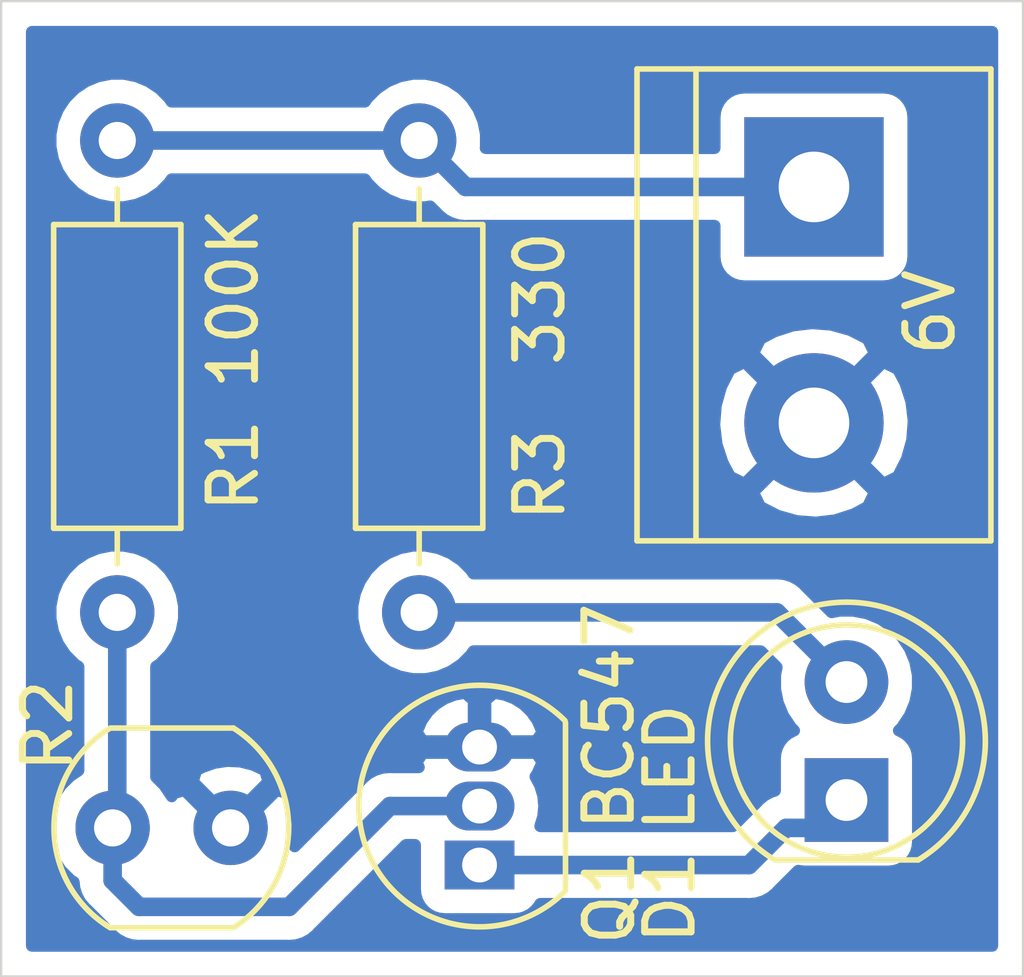
<source format=kicad_pcb>
(kicad_pcb (version 20171130) (host pcbnew "(5.1.5)-3")

  (general
    (thickness 1.6)
    (drawings 4)
    (tracks 16)
    (zones 0)
    (modules 6)
    (nets 6)
  )

  (page A4)
  (layers
    (0 F.Cu signal)
    (31 B.Cu signal)
    (32 B.Adhes user)
    (33 F.Adhes user)
    (34 B.Paste user)
    (35 F.Paste user)
    (36 B.SilkS user)
    (37 F.SilkS user)
    (38 B.Mask user)
    (39 F.Mask user)
    (40 Dwgs.User user)
    (41 Cmts.User user)
    (42 Eco1.User user)
    (43 Eco2.User user)
    (44 Edge.Cuts user)
    (45 Margin user)
    (46 B.CrtYd user)
    (47 F.CrtYd user)
    (48 B.Fab user)
    (49 F.Fab user)
  )

  (setup
    (last_trace_width 0.25)
    (user_trace_width 0.4)
    (user_trace_width 0.6)
    (trace_clearance 0.2)
    (zone_clearance 0.508)
    (zone_45_only no)
    (trace_min 0.2)
    (via_size 0.8)
    (via_drill 0.4)
    (via_min_size 0.4)
    (via_min_drill 0.3)
    (uvia_size 0.3)
    (uvia_drill 0.1)
    (uvias_allowed no)
    (uvia_min_size 0.2)
    (uvia_min_drill 0.1)
    (edge_width 0.05)
    (segment_width 0.2)
    (pcb_text_width 0.3)
    (pcb_text_size 1.5 1.5)
    (mod_edge_width 0.12)
    (mod_text_size 1 1)
    (mod_text_width 0.15)
    (pad_size 1.524 1.524)
    (pad_drill 0.762)
    (pad_to_mask_clearance 0.051)
    (solder_mask_min_width 0.25)
    (aux_axis_origin 0 0)
    (visible_elements 7FFFFFFF)
    (pcbplotparams
      (layerselection 0x010fc_ffffffff)
      (usegerberextensions false)
      (usegerberattributes false)
      (usegerberadvancedattributes false)
      (creategerberjobfile false)
      (excludeedgelayer true)
      (linewidth 0.100000)
      (plotframeref false)
      (viasonmask false)
      (mode 1)
      (useauxorigin false)
      (hpglpennumber 1)
      (hpglpenspeed 20)
      (hpglpendiameter 15.000000)
      (psnegative false)
      (psa4output false)
      (plotreference true)
      (plotvalue true)
      (plotinvisibletext false)
      (padsonsilk false)
      (subtractmaskfromsilk false)
      (outputformat 1)
      (mirror false)
      (drillshape 0)
      (scaleselection 1)
      (outputdirectory ""))
  )

  (net 0 "")
  (net 1 "Net-(BT1-Pad1)")
  (net 2 "Net-(BT1-Pad2)")
  (net 3 "Net-(D1-Pad1)")
  (net 4 "Net-(D1-Pad2)")
  (net 5 "Net-(Q1-Pad2)")

  (net_class Default "This is the default net class."
    (clearance 0.2)
    (trace_width 0.25)
    (via_dia 0.8)
    (via_drill 0.4)
    (uvia_dia 0.3)
    (uvia_drill 0.1)
    (add_net "Net-(BT1-Pad1)")
    (add_net "Net-(BT1-Pad2)")
    (add_net "Net-(D1-Pad1)")
    (add_net "Net-(D1-Pad2)")
    (add_net "Net-(Q1-Pad2)")
  )

  (module Resistor_THT:R_Axial_DIN0207_L6.3mm_D2.5mm_P10.16mm_Horizontal (layer F.Cu) (tedit 5AE5139B) (tstamp 5FA209B9)
    (at 90 73 270)
    (descr "Resistor, Axial_DIN0207 series, Axial, Horizontal, pin pitch=10.16mm, 0.25W = 1/4W, length*diameter=6.3*2.5mm^2, http://cdn-reichelt.de/documents/datenblatt/B400/1_4W%23YAG.pdf")
    (tags "Resistor Axial_DIN0207 series Axial Horizontal pin pitch 10.16mm 0.25W = 1/4W length 6.3mm diameter 2.5mm")
    (path /5FA1A264)
    (fp_text reference R3 (at 7.2 -2.6 270) (layer F.SilkS)
      (effects (font (size 1 1) (thickness 0.15)))
    )
    (fp_text value 330 (at 3.4 -2.6 270) (layer F.SilkS)
      (effects (font (size 1 1) (thickness 0.15)))
    )
    (fp_text user %R (at 10.16 0 90) (layer F.Fab)
      (effects (font (size 1 1) (thickness 0.15)))
    )
    (fp_line (start 11.21 -1.5) (end -1.05 -1.5) (layer F.CrtYd) (width 0.05))
    (fp_line (start 11.21 1.5) (end 11.21 -1.5) (layer F.CrtYd) (width 0.05))
    (fp_line (start -1.05 1.5) (end 11.21 1.5) (layer F.CrtYd) (width 0.05))
    (fp_line (start -1.05 -1.5) (end -1.05 1.5) (layer F.CrtYd) (width 0.05))
    (fp_line (start 9.12 0) (end 8.35 0) (layer F.SilkS) (width 0.12))
    (fp_line (start 1.04 0) (end 1.81 0) (layer F.SilkS) (width 0.12))
    (fp_line (start 8.35 -1.37) (end 1.81 -1.37) (layer F.SilkS) (width 0.12))
    (fp_line (start 8.35 1.37) (end 8.35 -1.37) (layer F.SilkS) (width 0.12))
    (fp_line (start 1.81 1.37) (end 8.35 1.37) (layer F.SilkS) (width 0.12))
    (fp_line (start 1.81 -1.37) (end 1.81 1.37) (layer F.SilkS) (width 0.12))
    (fp_line (start 10.16 0) (end 8.23 0) (layer F.Fab) (width 0.1))
    (fp_line (start 0 0) (end 1.93 0) (layer F.Fab) (width 0.1))
    (fp_line (start 8.23 -1.25) (end 1.93 -1.25) (layer F.Fab) (width 0.1))
    (fp_line (start 8.23 1.25) (end 8.23 -1.25) (layer F.Fab) (width 0.1))
    (fp_line (start 1.93 1.25) (end 8.23 1.25) (layer F.Fab) (width 0.1))
    (fp_line (start 1.93 -1.25) (end 1.93 1.25) (layer F.Fab) (width 0.1))
    (pad 2 thru_hole oval (at 10.16 0 270) (size 1.6 1.6) (drill 0.8) (layers *.Cu *.Mask)
      (net 4 "Net-(D1-Pad2)"))
    (pad 1 thru_hole circle (at 0 0 270) (size 1.6 1.6) (drill 0.8) (layers *.Cu *.Mask)
      (net 1 "Net-(BT1-Pad1)"))
    (model ${KISYS3DMOD}/Resistor_THT.3dshapes/R_Axial_DIN0207_L6.3mm_D2.5mm_P10.16mm_Horizontal.wrl
      (at (xyz 0 0 0))
      (scale (xyz 1 1 1))
      (rotate (xyz 0 0 0))
    )
  )

  (module Resistor_THT:R_Axial_DIN0207_L6.3mm_D2.5mm_P10.16mm_Horizontal (layer F.Cu) (tedit 5AE5139B) (tstamp 5FA20982)
    (at 83.5 73 270)
    (descr "Resistor, Axial_DIN0207 series, Axial, Horizontal, pin pitch=10.16mm, 0.25W = 1/4W, length*diameter=6.3*2.5mm^2, http://cdn-reichelt.de/documents/datenblatt/B400/1_4W%23YAG.pdf")
    (tags "Resistor Axial_DIN0207 series Axial Horizontal pin pitch 10.16mm 0.25W = 1/4W length 6.3mm diameter 2.5mm")
    (path /5FA1A577)
    (fp_text reference R1 (at 7 -2.5 90) (layer F.SilkS)
      (effects (font (size 1 1) (thickness 0.15)))
    )
    (fp_text value 100K (at 3.4 -2.5 270) (layer F.SilkS)
      (effects (font (size 1 1) (thickness 0.15)))
    )
    (fp_text user %R (at 10.16 0 90) (layer F.Fab)
      (effects (font (size 1 1) (thickness 0.15)))
    )
    (fp_line (start 11.21 -1.5) (end -1.05 -1.5) (layer F.CrtYd) (width 0.05))
    (fp_line (start 11.21 1.5) (end 11.21 -1.5) (layer F.CrtYd) (width 0.05))
    (fp_line (start -1.05 1.5) (end 11.21 1.5) (layer F.CrtYd) (width 0.05))
    (fp_line (start -1.05 -1.5) (end -1.05 1.5) (layer F.CrtYd) (width 0.05))
    (fp_line (start 9.12 0) (end 8.35 0) (layer F.SilkS) (width 0.12))
    (fp_line (start 1.04 0) (end 1.81 0) (layer F.SilkS) (width 0.12))
    (fp_line (start 8.35 -1.37) (end 1.81 -1.37) (layer F.SilkS) (width 0.12))
    (fp_line (start 8.35 1.37) (end 8.35 -1.37) (layer F.SilkS) (width 0.12))
    (fp_line (start 1.81 1.37) (end 8.35 1.37) (layer F.SilkS) (width 0.12))
    (fp_line (start 1.81 -1.37) (end 1.81 1.37) (layer F.SilkS) (width 0.12))
    (fp_line (start 10.16 0) (end 8.23 0) (layer F.Fab) (width 0.1))
    (fp_line (start 0 0) (end 1.93 0) (layer F.Fab) (width 0.1))
    (fp_line (start 8.23 -1.25) (end 1.93 -1.25) (layer F.Fab) (width 0.1))
    (fp_line (start 8.23 1.25) (end 8.23 -1.25) (layer F.Fab) (width 0.1))
    (fp_line (start 1.93 1.25) (end 8.23 1.25) (layer F.Fab) (width 0.1))
    (fp_line (start 1.93 -1.25) (end 1.93 1.25) (layer F.Fab) (width 0.1))
    (pad 2 thru_hole oval (at 10.16 0 270) (size 1.6 1.6) (drill 0.8) (layers *.Cu *.Mask)
      (net 5 "Net-(Q1-Pad2)"))
    (pad 1 thru_hole circle (at 0 0 270) (size 1.6 1.6) (drill 0.8) (layers *.Cu *.Mask)
      (net 1 "Net-(BT1-Pad1)"))
    (model ${KISYS3DMOD}/Resistor_THT.3dshapes/R_Axial_DIN0207_L6.3mm_D2.5mm_P10.16mm_Horizontal.wrl
      (at (xyz 0 0 0))
      (scale (xyz 1 1 1))
      (rotate (xyz 0 0 0))
    )
  )

  (module TerminalBlock:TerminalBlock_bornier-2_P5.08mm (layer F.Cu) (tedit 59FF03AB) (tstamp 5FA20947)
    (at 98.5 74 270)
    (descr "simple 2-pin terminal block, pitch 5.08mm, revamped version of bornier2")
    (tags "terminal block bornier2")
    (path /5FA1B276)
    (fp_text reference BT1 (at -0.3 -2.8 90) (layer F.Fab)
      (effects (font (size 1 1) (thickness 0.15)))
    )
    (fp_text value 6V (at 2.7 -2.5 270) (layer F.SilkS)
      (effects (font (size 1 1) (thickness 0.15)))
    )
    (fp_text user %R (at 2.54 0 90) (layer F.Fab)
      (effects (font (size 1 1) (thickness 0.15)))
    )
    (fp_line (start -2.41 2.55) (end 7.49 2.55) (layer F.Fab) (width 0.1))
    (fp_line (start -2.46 -3.75) (end -2.46 3.75) (layer F.Fab) (width 0.1))
    (fp_line (start -2.46 3.75) (end 7.54 3.75) (layer F.Fab) (width 0.1))
    (fp_line (start 7.54 3.75) (end 7.54 -3.75) (layer F.Fab) (width 0.1))
    (fp_line (start 7.54 -3.75) (end -2.46 -3.75) (layer F.Fab) (width 0.1))
    (fp_line (start 7.62 2.54) (end -2.54 2.54) (layer F.SilkS) (width 0.12))
    (fp_line (start 7.62 3.81) (end 7.62 -3.81) (layer F.SilkS) (width 0.12))
    (fp_line (start 7.62 -3.81) (end -2.54 -3.81) (layer F.SilkS) (width 0.12))
    (fp_line (start -2.54 -3.81) (end -2.54 3.81) (layer F.SilkS) (width 0.12))
    (fp_line (start -2.54 3.81) (end 7.62 3.81) (layer F.SilkS) (width 0.12))
    (fp_line (start -2.71 -4) (end 7.79 -4) (layer F.CrtYd) (width 0.05))
    (fp_line (start -2.71 -4) (end -2.71 4) (layer F.CrtYd) (width 0.05))
    (fp_line (start 7.79 4) (end 7.79 -4) (layer F.CrtYd) (width 0.05))
    (fp_line (start 7.79 4) (end -2.71 4) (layer F.CrtYd) (width 0.05))
    (pad 1 thru_hole rect (at 0 0 270) (size 3 3) (drill 1.52) (layers *.Cu *.Mask)
      (net 1 "Net-(BT1-Pad1)"))
    (pad 2 thru_hole circle (at 5.08 0 270) (size 3 3) (drill 1.52) (layers *.Cu *.Mask)
      (net 2 "Net-(BT1-Pad2)"))
    (model ${KISYS3DMOD}/TerminalBlock.3dshapes/TerminalBlock_bornier-2_P5.08mm.wrl
      (offset (xyz 2.539999961853027 0 0))
      (scale (xyz 1 1 1))
      (rotate (xyz 0 0 0))
    )
  )

  (module LED_THT:LED_D5.0mm_Clear (layer F.Cu) (tedit 5A6C9BC0) (tstamp 5FA20959)
    (at 99.2 87.2 90)
    (descr "LED, diameter 5.0mm, 2 pins, http://cdn-reichelt.de/documents/datenblatt/A500/LL-504BC2E-009.pdf")
    (tags "LED diameter 5.0mm 2 pins")
    (path /5FA1AE7C)
    (fp_text reference D1 (at -2.1 -3.8 270) (layer F.SilkS)
      (effects (font (size 1 1) (thickness 0.15)))
    )
    (fp_text value LED (at 0.7 -3.8 270) (layer F.SilkS)
      (effects (font (size 1 1) (thickness 0.15)))
    )
    (fp_text user %R (at 1.25 0 90) (layer F.Fab)
      (effects (font (size 0.8 0.8) (thickness 0.2)))
    )
    (fp_line (start -1.23 -1.469694) (end -1.23 1.469694) (layer F.Fab) (width 0.1))
    (fp_line (start -1.29 -1.545) (end -1.29 1.545) (layer F.SilkS) (width 0.12))
    (fp_line (start -1.95 -3.25) (end -1.95 3.25) (layer F.CrtYd) (width 0.05))
    (fp_line (start -1.95 3.25) (end 4.5 3.25) (layer F.CrtYd) (width 0.05))
    (fp_line (start 4.5 3.25) (end 4.5 -3.25) (layer F.CrtYd) (width 0.05))
    (fp_line (start 4.5 -3.25) (end -1.95 -3.25) (layer F.CrtYd) (width 0.05))
    (fp_circle (center 1.27 0) (end 3.77 0) (layer F.Fab) (width 0.1))
    (fp_circle (center 1.27 0) (end 3.77 0) (layer F.SilkS) (width 0.12))
    (fp_arc (start 1.27 0) (end -1.23 -1.469694) (angle 299.1) (layer F.Fab) (width 0.1))
    (fp_arc (start 1.27 0) (end -1.29 -1.54483) (angle 148.9) (layer F.SilkS) (width 0.12))
    (fp_arc (start 1.27 0) (end -1.29 1.54483) (angle -148.9) (layer F.SilkS) (width 0.12))
    (pad 1 thru_hole rect (at 0 0 90) (size 1.8 1.8) (drill 0.9) (layers *.Cu *.Mask)
      (net 3 "Net-(D1-Pad1)"))
    (pad 2 thru_hole circle (at 2.54 0 90) (size 1.8 1.8) (drill 0.9) (layers *.Cu *.Mask)
      (net 4 "Net-(D1-Pad2)"))
    (model ${KISYS3DMOD}/LED_THT.3dshapes/LED_D5.0mm_Clear.wrl
      (at (xyz 0 0 0))
      (scale (xyz 1 1 1))
      (rotate (xyz 0 0 0))
    )
  )

  (module Package_TO_SOT_THT:TO-92_Inline (layer F.Cu) (tedit 5A1DD157) (tstamp 5FA20D6F)
    (at 91.3 88.6 90)
    (descr "TO-92 leads in-line, narrow, oval pads, drill 0.75mm (see NXP sot054_po.pdf)")
    (tags "to-92 sc-43 sc-43a sot54 PA33 transistor")
    (path /5FA1A996)
    (fp_text reference Q1 (at -0.7 2.8 270) (layer F.SilkS)
      (effects (font (size 1 1) (thickness 0.15)))
    )
    (fp_text value BC547 (at 3.2 2.79 90) (layer F.SilkS)
      (effects (font (size 1 1) (thickness 0.15)))
    )
    (fp_text user %R (at 1.2 -1.6 90) (layer F.Fab)
      (effects (font (size 1 1) (thickness 0.15)))
    )
    (fp_line (start -0.53 1.85) (end 3.07 1.85) (layer F.SilkS) (width 0.12))
    (fp_line (start -0.5 1.75) (end 3 1.75) (layer F.Fab) (width 0.1))
    (fp_line (start -1.46 -2.73) (end 4 -2.73) (layer F.CrtYd) (width 0.05))
    (fp_line (start -1.46 -2.73) (end -1.46 2.01) (layer F.CrtYd) (width 0.05))
    (fp_line (start 4 2.01) (end 4 -2.73) (layer F.CrtYd) (width 0.05))
    (fp_line (start 4 2.01) (end -1.46 2.01) (layer F.CrtYd) (width 0.05))
    (fp_arc (start 1.27 0) (end 1.27 -2.48) (angle 135) (layer F.Fab) (width 0.1))
    (fp_arc (start 1.27 0) (end 1.27 -2.6) (angle -135) (layer F.SilkS) (width 0.12))
    (fp_arc (start 1.27 0) (end 1.27 -2.48) (angle -135) (layer F.Fab) (width 0.1))
    (fp_arc (start 1.27 0) (end 1.27 -2.6) (angle 135) (layer F.SilkS) (width 0.12))
    (pad 2 thru_hole oval (at 1.27 0 90) (size 1.05 1.5) (drill 0.75) (layers *.Cu *.Mask)
      (net 5 "Net-(Q1-Pad2)"))
    (pad 3 thru_hole oval (at 2.54 0 90) (size 1.05 1.5) (drill 0.75) (layers *.Cu *.Mask)
      (net 2 "Net-(BT1-Pad2)"))
    (pad 1 thru_hole rect (at 0 0 90) (size 1.05 1.5) (drill 0.75) (layers *.Cu *.Mask)
      (net 3 "Net-(D1-Pad1)"))
    (model ${KISYS3DMOD}/Package_TO_SOT_THT.3dshapes/TO-92_Inline.wrl
      (at (xyz 0 0 0))
      (scale (xyz 1 1 1))
      (rotate (xyz 0 0 0))
    )
  )

  (module OptoDevice:R_LDR_4.9x4.2mm_P2.54mm_Vertical (layer F.Cu) (tedit 5B8603A6) (tstamp 5FA209A2)
    (at 83.4 87.8)
    (descr "Resistor, LDR 4.9x4.2mm")
    (tags "Resistor LDR4.9x4.2")
    (path /5FA1B88C)
    (fp_text reference R2 (at -1.4 -2.2 90) (layer F.SilkS)
      (effects (font (size 1 1) (thickness 0.15)))
    )
    (fp_text value R_PHOTO (at 1.7 1.8) (layer F.Fab)
      (effects (font (size 1 1) (thickness 0.15)))
    )
    (fp_text user %R (at 1.27 -2.9) (layer F.Fab)
      (effects (font (size 1 1) (thickness 0.15)))
    )
    (fp_line (start -0.05 2.15) (end 2.6 2.15) (layer F.SilkS) (width 0.12))
    (fp_line (start -0.05 -2.15) (end 2.6 -2.15) (layer F.SilkS) (width 0.12))
    (fp_line (start 0.87 -1.2) (end 2.17 -1.2) (layer F.Fab) (width 0.1))
    (fp_line (start 1.67 -0.6) (end 0.87 -0.6) (layer F.Fab) (width 0.1))
    (fp_line (start 0.87 0) (end 1.67 0) (layer F.Fab) (width 0.1))
    (fp_line (start 1.67 0.6) (end 0.87 0.6) (layer F.Fab) (width 0.1))
    (fp_line (start 0.37 1.2) (end 1.67 1.2) (layer F.Fab) (width 0.1))
    (fp_line (start 0.37 -1.8) (end 2.17 -1.8) (layer F.Fab) (width 0.1))
    (fp_line (start 2.17 -1.8) (end 2.17 -1.2) (layer F.Fab) (width 0.1))
    (fp_line (start 0.87 -1.2) (end 0.87 -0.6) (layer F.Fab) (width 0.1))
    (fp_line (start 1.67 -0.6) (end 1.67 0) (layer F.Fab) (width 0.1))
    (fp_line (start 0.87 0) (end 0.87 0.6) (layer F.Fab) (width 0.1))
    (fp_line (start 1.67 0.6) (end 1.67 1.2) (layer F.Fab) (width 0.1))
    (fp_line (start 0.37 1.2) (end 0.37 1.8) (layer F.Fab) (width 0.1))
    (fp_line (start 0.37 1.8) (end 2.17 1.8) (layer F.Fab) (width 0.1))
    (fp_line (start 2.57 2.1) (end -0.03 2.1) (layer F.Fab) (width 0.1))
    (fp_line (start -0.03 -2.1) (end 2.57 -2.1) (layer F.Fab) (width 0.1))
    (fp_line (start -1.45 -2.35) (end 3.99 -2.35) (layer F.CrtYd) (width 0.05))
    (fp_line (start -1.45 -2.35) (end -1.45 2.35) (layer F.CrtYd) (width 0.05))
    (fp_line (start 3.99 2.35) (end 3.99 -2.35) (layer F.CrtYd) (width 0.05))
    (fp_line (start 3.99 2.35) (end -1.45 2.35) (layer F.CrtYd) (width 0.05))
    (fp_arc (start 1.25 0) (end -0.05 2.15) (angle 117) (layer F.SilkS) (width 0.12))
    (fp_arc (start 1.25 0) (end 2.6 -2.15) (angle 115) (layer F.SilkS) (width 0.12))
    (fp_arc (start 1.27 0) (end 2.57 -2.1) (angle 115) (layer F.Fab) (width 0.1))
    (fp_arc (start 1.27 0) (end -0.03 2.1) (angle 115) (layer F.Fab) (width 0.1))
    (pad 1 thru_hole circle (at 0 0) (size 1.6 1.6) (drill 0.8) (layers *.Cu *.Mask)
      (net 5 "Net-(Q1-Pad2)"))
    (pad 2 thru_hole circle (at 2.54 0) (size 1.6 1.6) (drill 0.8) (layers *.Cu *.Mask)
      (net 2 "Net-(BT1-Pad2)"))
    (model ${KISYS3DMOD}/OptoDevice.3dshapes/R_LDR_4.9x4.2mm_P2.54mm_Vertical.wrl
      (at (xyz 0 0 0))
      (scale (xyz 1 1 1))
      (rotate (xyz 0 0 0))
    )
  )

  (gr_line (start 81 91) (end 81 70) (layer Edge.Cuts) (width 0.05) (tstamp 5FA2111C))
  (gr_line (start 103 91) (end 81 91) (layer Edge.Cuts) (width 0.05))
  (gr_line (start 103 70) (end 103 91) (layer Edge.Cuts) (width 0.05))
  (gr_line (start 81 70) (end 103 70) (layer Edge.Cuts) (width 0.05))

  (segment (start 91 74) (end 90 73) (width 0.4) (layer B.Cu) (net 1))
  (segment (start 98.5 74) (end 91 74) (width 0.4) (layer B.Cu) (net 1))
  (segment (start 90 73) (end 83.5 73) (width 0.4) (layer B.Cu) (net 1))
  (segment (start 91.3 88.6) (end 97.1 88.6) (width 0.4) (layer B.Cu) (net 3))
  (segment (start 97.1 88.6) (end 97.9 87.8) (width 0.4) (layer B.Cu) (net 3))
  (segment (start 98.6 87.8) (end 99.2 87.2) (width 0.4) (layer B.Cu) (net 3))
  (segment (start 97.9 87.8) (end 98.6 87.8) (width 0.4) (layer B.Cu) (net 3))
  (segment (start 97.7 83.16) (end 99.2 84.66) (width 0.4) (layer B.Cu) (net 4))
  (segment (start 90 83.16) (end 97.7 83.16) (width 0.4) (layer B.Cu) (net 4))
  (segment (start 83.5 87.7) (end 83.4 87.8) (width 0.4) (layer B.Cu) (net 5))
  (segment (start 83.5 83.16) (end 83.5 87.7) (width 0.4) (layer B.Cu) (net 5))
  (segment (start 83.4 88.93137) (end 83.96863 89.5) (width 0.4) (layer B.Cu) (net 5))
  (segment (start 83.4 87.8) (end 83.4 88.93137) (width 0.4) (layer B.Cu) (net 5))
  (segment (start 83.96863 89.5) (end 87.2 89.5) (width 0.4) (layer B.Cu) (net 5))
  (segment (start 89.37 87.33) (end 91.3 87.33) (width 0.4) (layer B.Cu) (net 5))
  (segment (start 87.2 89.5) (end 89.37 87.33) (width 0.4) (layer B.Cu) (net 5))

  (zone (net 2) (net_name "Net-(BT1-Pad2)") (layer B.Cu) (tstamp 5FA30E20) (hatch edge 0.508)
    (connect_pads (clearance 0.508))
    (min_thickness 0.254)
    (fill yes (arc_segments 32) (thermal_gap 0.508) (thermal_bridge_width 0.508))
    (polygon
      (pts
        (xy 103 91) (xy 81 91) (xy 81 70) (xy 103 70)
      )
    )
    (filled_polygon
      (pts
        (xy 102.340001 90.34) (xy 81.66 90.34) (xy 81.66 87.658665) (xy 81.965 87.658665) (xy 81.965 87.941335)
        (xy 82.020147 88.218574) (xy 82.12832 88.479727) (xy 82.285363 88.714759) (xy 82.485241 88.914637) (xy 82.56453 88.967616)
        (xy 82.577082 89.095058) (xy 82.624828 89.252456) (xy 82.702364 89.397515) (xy 82.702365 89.397516) (xy 82.80671 89.524661)
        (xy 82.838574 89.550811) (xy 83.349188 90.061426) (xy 83.375339 90.093291) (xy 83.502484 90.197636) (xy 83.647543 90.275172)
        (xy 83.804941 90.322918) (xy 83.927611 90.335) (xy 83.927621 90.335) (xy 83.968629 90.339039) (xy 84.009637 90.335)
        (xy 87.158982 90.335) (xy 87.2 90.33904) (xy 87.241018 90.335) (xy 87.241019 90.335) (xy 87.363689 90.322918)
        (xy 87.521087 90.275172) (xy 87.666146 90.197636) (xy 87.793291 90.093291) (xy 87.819446 90.061421) (xy 89.715868 88.165)
        (xy 89.911928 88.165) (xy 89.911928 89.125) (xy 89.924188 89.249482) (xy 89.960498 89.36918) (xy 90.019463 89.479494)
        (xy 90.098815 89.576185) (xy 90.195506 89.655537) (xy 90.30582 89.714502) (xy 90.425518 89.750812) (xy 90.55 89.763072)
        (xy 92.05 89.763072) (xy 92.174482 89.750812) (xy 92.29418 89.714502) (xy 92.404494 89.655537) (xy 92.501185 89.576185)
        (xy 92.580537 89.479494) (xy 92.60432 89.435) (xy 97.058982 89.435) (xy 97.1 89.43904) (xy 97.141018 89.435)
        (xy 97.141019 89.435) (xy 97.263689 89.422918) (xy 97.421087 89.375172) (xy 97.566146 89.297636) (xy 97.693291 89.193291)
        (xy 97.719445 89.161422) (xy 98.159819 88.72105) (xy 98.175518 88.725812) (xy 98.3 88.738072) (xy 100.1 88.738072)
        (xy 100.224482 88.725812) (xy 100.34418 88.689502) (xy 100.454494 88.630537) (xy 100.551185 88.551185) (xy 100.630537 88.454494)
        (xy 100.689502 88.34418) (xy 100.725812 88.224482) (xy 100.738072 88.1) (xy 100.738072 86.3) (xy 100.725812 86.175518)
        (xy 100.689502 86.05582) (xy 100.630537 85.945506) (xy 100.551185 85.848815) (xy 100.454494 85.769463) (xy 100.34418 85.710498)
        (xy 100.325873 85.704944) (xy 100.392312 85.638505) (xy 100.560299 85.387095) (xy 100.676011 85.107743) (xy 100.735 84.811184)
        (xy 100.735 84.508816) (xy 100.676011 84.212257) (xy 100.560299 83.932905) (xy 100.392312 83.681495) (xy 100.178505 83.467688)
        (xy 99.927095 83.299701) (xy 99.647743 83.183989) (xy 99.351184 83.125) (xy 99.048816 83.125) (xy 98.879539 83.158671)
        (xy 98.319446 82.598579) (xy 98.293291 82.566709) (xy 98.166146 82.462364) (xy 98.021087 82.384828) (xy 97.863689 82.337082)
        (xy 97.741019 82.325) (xy 97.741018 82.325) (xy 97.7 82.32096) (xy 97.658982 82.325) (xy 91.16793 82.325)
        (xy 91.114637 82.245241) (xy 90.914759 82.045363) (xy 90.679727 81.88832) (xy 90.418574 81.780147) (xy 90.141335 81.725)
        (xy 89.858665 81.725) (xy 89.581426 81.780147) (xy 89.320273 81.88832) (xy 89.085241 82.045363) (xy 88.885363 82.245241)
        (xy 88.72832 82.480273) (xy 88.620147 82.741426) (xy 88.565 83.018665) (xy 88.565 83.301335) (xy 88.620147 83.578574)
        (xy 88.72832 83.839727) (xy 88.885363 84.074759) (xy 89.085241 84.274637) (xy 89.320273 84.43168) (xy 89.581426 84.539853)
        (xy 89.858665 84.595) (xy 90.141335 84.595) (xy 90.418574 84.539853) (xy 90.679727 84.43168) (xy 90.914759 84.274637)
        (xy 91.114637 84.074759) (xy 91.16793 83.995) (xy 97.354133 83.995) (xy 97.698671 84.339539) (xy 97.665 84.508816)
        (xy 97.665 84.811184) (xy 97.723989 85.107743) (xy 97.839701 85.387095) (xy 98.007688 85.638505) (xy 98.074127 85.704944)
        (xy 98.05582 85.710498) (xy 97.945506 85.769463) (xy 97.848815 85.848815) (xy 97.769463 85.945506) (xy 97.710498 86.05582)
        (xy 97.674188 86.175518) (xy 97.661928 86.3) (xy 97.661928 86.999646) (xy 97.578913 87.024828) (xy 97.433854 87.102364)
        (xy 97.355932 87.166313) (xy 97.306709 87.206709) (xy 97.280563 87.238568) (xy 96.754132 87.765) (xy 92.60524 87.765)
        (xy 92.668215 87.5574) (xy 92.690612 87.33) (xy 92.668215 87.1026) (xy 92.601885 86.88394) (xy 92.501071 86.695331)
        (xy 92.542275 86.636882) (xy 92.635272 86.427337) (xy 92.643964 86.36581) (xy 92.518163 86.187) (xy 91.753109 86.187)
        (xy 91.7524 86.186785) (xy 91.581979 86.17) (xy 91.018021 86.17) (xy 90.8476 86.186785) (xy 90.846891 86.187)
        (xy 90.081837 86.187) (xy 89.956036 86.36581) (xy 89.964728 86.427337) (xy 89.994757 86.495) (xy 89.411007 86.495)
        (xy 89.369999 86.490961) (xy 89.328991 86.495) (xy 89.328981 86.495) (xy 89.206311 86.507082) (xy 89.048913 86.554828)
        (xy 88.903854 86.632364) (xy 88.776709 86.736709) (xy 88.750559 86.768573) (xy 87.319128 88.200005) (xy 87.3663 88.011816)
        (xy 87.380217 87.729488) (xy 87.338787 87.44987) (xy 87.243603 87.183708) (xy 87.176671 87.058486) (xy 86.932702 86.986903)
        (xy 86.119605 87.8) (xy 86.133748 87.814143) (xy 85.954143 87.993748) (xy 85.94 87.979605) (xy 85.925858 87.993748)
        (xy 85.746253 87.814143) (xy 85.760395 87.8) (xy 84.947298 86.986903) (xy 84.703329 87.058486) (xy 84.672806 87.122992)
        (xy 84.67168 87.120273) (xy 84.514637 86.885241) (xy 84.436694 86.807298) (xy 85.126903 86.807298) (xy 85.94 87.620395)
        (xy 86.753097 86.807298) (xy 86.681514 86.563329) (xy 86.426004 86.442429) (xy 86.151816 86.3737) (xy 85.869488 86.359783)
        (xy 85.58987 86.401213) (xy 85.323708 86.496397) (xy 85.198486 86.563329) (xy 85.126903 86.807298) (xy 84.436694 86.807298)
        (xy 84.335 86.705604) (xy 84.335 85.75419) (xy 89.956036 85.75419) (xy 90.081837 85.933) (xy 91.173 85.933)
        (xy 91.173 85.053402) (xy 91.427 85.053402) (xy 91.427 85.933) (xy 92.518163 85.933) (xy 92.643964 85.75419)
        (xy 92.635272 85.692663) (xy 92.542275 85.483118) (xy 92.410184 85.295742) (xy 92.244076 85.137736) (xy 92.050334 85.015172)
        (xy 91.836404 84.932761) (xy 91.610507 84.893669) (xy 91.427 85.053402) (xy 91.173 85.053402) (xy 90.989493 84.893669)
        (xy 90.763596 84.932761) (xy 90.549666 85.015172) (xy 90.355924 85.137736) (xy 90.189816 85.295742) (xy 90.057725 85.483118)
        (xy 89.964728 85.692663) (xy 89.956036 85.75419) (xy 84.335 85.75419) (xy 84.335 84.32793) (xy 84.414759 84.274637)
        (xy 84.614637 84.074759) (xy 84.77168 83.839727) (xy 84.879853 83.578574) (xy 84.935 83.301335) (xy 84.935 83.018665)
        (xy 84.879853 82.741426) (xy 84.77168 82.480273) (xy 84.614637 82.245241) (xy 84.414759 82.045363) (xy 84.179727 81.88832)
        (xy 83.918574 81.780147) (xy 83.641335 81.725) (xy 83.358665 81.725) (xy 83.081426 81.780147) (xy 82.820273 81.88832)
        (xy 82.585241 82.045363) (xy 82.385363 82.245241) (xy 82.22832 82.480273) (xy 82.120147 82.741426) (xy 82.065 83.018665)
        (xy 82.065 83.301335) (xy 82.120147 83.578574) (xy 82.22832 83.839727) (xy 82.385363 84.074759) (xy 82.585241 84.274637)
        (xy 82.665 84.32793) (xy 82.665001 86.565252) (xy 82.485241 86.685363) (xy 82.285363 86.885241) (xy 82.12832 87.120273)
        (xy 82.020147 87.381426) (xy 81.965 87.658665) (xy 81.66 87.658665) (xy 81.66 80.571653) (xy 97.187952 80.571653)
        (xy 97.343962 80.887214) (xy 97.718745 81.07802) (xy 98.123551 81.192044) (xy 98.542824 81.224902) (xy 98.960451 81.175334)
        (xy 99.360383 81.045243) (xy 99.656038 80.887214) (xy 99.812048 80.571653) (xy 98.5 79.259605) (xy 97.187952 80.571653)
        (xy 81.66 80.571653) (xy 81.66 79.122824) (xy 96.355098 79.122824) (xy 96.404666 79.540451) (xy 96.534757 79.940383)
        (xy 96.692786 80.236038) (xy 97.008347 80.392048) (xy 98.320395 79.08) (xy 98.679605 79.08) (xy 99.991653 80.392048)
        (xy 100.307214 80.236038) (xy 100.49802 79.861255) (xy 100.612044 79.456449) (xy 100.644902 79.037176) (xy 100.595334 78.619549)
        (xy 100.465243 78.219617) (xy 100.307214 77.923962) (xy 99.991653 77.767952) (xy 98.679605 79.08) (xy 98.320395 79.08)
        (xy 97.008347 77.767952) (xy 96.692786 77.923962) (xy 96.50198 78.298745) (xy 96.387956 78.703551) (xy 96.355098 79.122824)
        (xy 81.66 79.122824) (xy 81.66 77.588347) (xy 97.187952 77.588347) (xy 98.5 78.900395) (xy 99.812048 77.588347)
        (xy 99.656038 77.272786) (xy 99.281255 77.08198) (xy 98.876449 76.967956) (xy 98.457176 76.935098) (xy 98.039549 76.984666)
        (xy 97.639617 77.114757) (xy 97.343962 77.272786) (xy 97.187952 77.588347) (xy 81.66 77.588347) (xy 81.66 72.858665)
        (xy 82.065 72.858665) (xy 82.065 73.141335) (xy 82.120147 73.418574) (xy 82.22832 73.679727) (xy 82.385363 73.914759)
        (xy 82.585241 74.114637) (xy 82.820273 74.27168) (xy 83.081426 74.379853) (xy 83.358665 74.435) (xy 83.641335 74.435)
        (xy 83.918574 74.379853) (xy 84.179727 74.27168) (xy 84.414759 74.114637) (xy 84.614637 73.914759) (xy 84.66793 73.835)
        (xy 88.83207 73.835) (xy 88.885363 73.914759) (xy 89.085241 74.114637) (xy 89.320273 74.27168) (xy 89.581426 74.379853)
        (xy 89.858665 74.435) (xy 90.141335 74.435) (xy 90.235417 74.416286) (xy 90.380563 74.561432) (xy 90.406709 74.593291)
        (xy 90.533854 74.697636) (xy 90.678913 74.775172) (xy 90.836311 74.822918) (xy 90.958981 74.835) (xy 90.958982 74.835)
        (xy 91 74.83904) (xy 91.041018 74.835) (xy 96.361928 74.835) (xy 96.361928 75.5) (xy 96.374188 75.624482)
        (xy 96.410498 75.74418) (xy 96.469463 75.854494) (xy 96.548815 75.951185) (xy 96.645506 76.030537) (xy 96.75582 76.089502)
        (xy 96.875518 76.125812) (xy 97 76.138072) (xy 100 76.138072) (xy 100.124482 76.125812) (xy 100.24418 76.089502)
        (xy 100.354494 76.030537) (xy 100.451185 75.951185) (xy 100.530537 75.854494) (xy 100.589502 75.74418) (xy 100.625812 75.624482)
        (xy 100.638072 75.5) (xy 100.638072 72.5) (xy 100.625812 72.375518) (xy 100.589502 72.25582) (xy 100.530537 72.145506)
        (xy 100.451185 72.048815) (xy 100.354494 71.969463) (xy 100.24418 71.910498) (xy 100.124482 71.874188) (xy 100 71.861928)
        (xy 97 71.861928) (xy 96.875518 71.874188) (xy 96.75582 71.910498) (xy 96.645506 71.969463) (xy 96.548815 72.048815)
        (xy 96.469463 72.145506) (xy 96.410498 72.25582) (xy 96.374188 72.375518) (xy 96.361928 72.5) (xy 96.361928 73.165)
        (xy 91.430293 73.165) (xy 91.435 73.141335) (xy 91.435 72.858665) (xy 91.379853 72.581426) (xy 91.27168 72.320273)
        (xy 91.114637 72.085241) (xy 90.914759 71.885363) (xy 90.679727 71.72832) (xy 90.418574 71.620147) (xy 90.141335 71.565)
        (xy 89.858665 71.565) (xy 89.581426 71.620147) (xy 89.320273 71.72832) (xy 89.085241 71.885363) (xy 88.885363 72.085241)
        (xy 88.83207 72.165) (xy 84.66793 72.165) (xy 84.614637 72.085241) (xy 84.414759 71.885363) (xy 84.179727 71.72832)
        (xy 83.918574 71.620147) (xy 83.641335 71.565) (xy 83.358665 71.565) (xy 83.081426 71.620147) (xy 82.820273 71.72832)
        (xy 82.585241 71.885363) (xy 82.385363 72.085241) (xy 82.22832 72.320273) (xy 82.120147 72.581426) (xy 82.065 72.858665)
        (xy 81.66 72.858665) (xy 81.66 70.66) (xy 102.34 70.66)
      )
    )
  )
)

</source>
